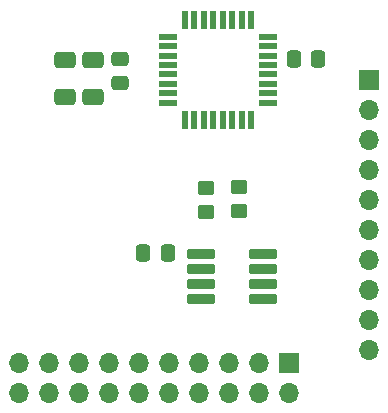
<source format=gbr>
%TF.GenerationSoftware,KiCad,Pcbnew,7.0.6*%
%TF.CreationDate,2023-09-14T12:48:26+02:00*%
%TF.ProjectId,pqunit,7071756e-6974-42e6-9b69-6361645f7063,rev?*%
%TF.SameCoordinates,Original*%
%TF.FileFunction,Soldermask,Bot*%
%TF.FilePolarity,Negative*%
%FSLAX46Y46*%
G04 Gerber Fmt 4.6, Leading zero omitted, Abs format (unit mm)*
G04 Created by KiCad (PCBNEW 7.0.6) date 2023-09-14 12:48:26*
%MOMM*%
%LPD*%
G01*
G04 APERTURE LIST*
G04 Aperture macros list*
%AMRoundRect*
0 Rectangle with rounded corners*
0 $1 Rounding radius*
0 $2 $3 $4 $5 $6 $7 $8 $9 X,Y pos of 4 corners*
0 Add a 4 corners polygon primitive as box body*
4,1,4,$2,$3,$4,$5,$6,$7,$8,$9,$2,$3,0*
0 Add four circle primitives for the rounded corners*
1,1,$1+$1,$2,$3*
1,1,$1+$1,$4,$5*
1,1,$1+$1,$6,$7*
1,1,$1+$1,$8,$9*
0 Add four rect primitives between the rounded corners*
20,1,$1+$1,$2,$3,$4,$5,0*
20,1,$1+$1,$4,$5,$6,$7,0*
20,1,$1+$1,$6,$7,$8,$9,0*
20,1,$1+$1,$8,$9,$2,$3,0*%
G04 Aperture macros list end*
%ADD10R,1.700000X1.700000*%
%ADD11O,1.700000X1.700000*%
%ADD12RoundRect,0.250000X-0.650000X0.412500X-0.650000X-0.412500X0.650000X-0.412500X0.650000X0.412500X0*%
%ADD13RoundRect,0.250000X-0.450000X0.350000X-0.450000X-0.350000X0.450000X-0.350000X0.450000X0.350000X0*%
%ADD14RoundRect,0.250000X-0.475000X0.337500X-0.475000X-0.337500X0.475000X-0.337500X0.475000X0.337500X0*%
%ADD15R,1.600000X0.550000*%
%ADD16R,0.550000X1.600000*%
%ADD17RoundRect,0.102000X-1.104900X0.304800X-1.104900X-0.304800X1.104900X-0.304800X1.104900X0.304800X0*%
%ADD18RoundRect,0.250000X-0.337500X-0.475000X0.337500X-0.475000X0.337500X0.475000X-0.337500X0.475000X0*%
%ADD19RoundRect,0.250000X0.337500X0.475000X-0.337500X0.475000X-0.337500X-0.475000X0.337500X-0.475000X0*%
G04 APERTURE END LIST*
D10*
%TO.C,J1*%
X154350000Y-124390000D03*
D11*
X154350000Y-126930000D03*
X151810000Y-124390000D03*
X151810000Y-126930000D03*
X149270000Y-124390000D03*
X149270000Y-126930000D03*
X146730000Y-124390000D03*
X146730000Y-126930000D03*
X144190000Y-124390000D03*
X144190000Y-126930000D03*
X141650000Y-124390000D03*
X141650000Y-126930000D03*
X139110000Y-124390000D03*
X139110000Y-126930000D03*
X136570000Y-124390000D03*
X136570000Y-126930000D03*
X134030000Y-124390000D03*
X134030000Y-126930000D03*
X131490000Y-124390000D03*
X131490000Y-126930000D03*
%TD*%
D10*
%TO.C,J2*%
X161086800Y-100431600D03*
D11*
X161086800Y-102971600D03*
X161086800Y-105511600D03*
X161086800Y-108051600D03*
X161086800Y-110591600D03*
X161086800Y-113131600D03*
X161086800Y-115671600D03*
X161086800Y-118211600D03*
X161086800Y-120751600D03*
X161086800Y-123291600D03*
%TD*%
D12*
%TO.C,C1*%
X137769600Y-98716700D03*
X137769600Y-101841700D03*
%TD*%
%TO.C,C2*%
X135382000Y-98716700D03*
X135382000Y-101841700D03*
%TD*%
D13*
%TO.C,R4*%
X147290500Y-109557800D03*
X147290500Y-111557800D03*
%TD*%
D14*
%TO.C,C5*%
X140004800Y-98632100D03*
X140004800Y-100707100D03*
%TD*%
D15*
%TO.C,U1*%
X144068000Y-102350000D03*
X144068000Y-101550000D03*
X144068000Y-100750000D03*
X144068000Y-99950000D03*
X144068000Y-99150000D03*
X144068000Y-98350000D03*
X144068000Y-97550000D03*
X144068000Y-96750000D03*
D16*
X145518000Y-95300000D03*
X146318000Y-95300000D03*
X147118000Y-95300000D03*
X147918000Y-95300000D03*
X148718000Y-95300000D03*
X149518000Y-95300000D03*
X150318000Y-95300000D03*
X151118000Y-95300000D03*
D15*
X152568000Y-96750000D03*
X152568000Y-97550000D03*
X152568000Y-98350000D03*
X152568000Y-99150000D03*
X152568000Y-99950000D03*
X152568000Y-100750000D03*
X152568000Y-101550000D03*
X152568000Y-102350000D03*
D16*
X151118000Y-103800000D03*
X150318000Y-103800000D03*
X149518000Y-103800000D03*
X148718000Y-103800000D03*
X147918000Y-103800000D03*
X147118000Y-103800000D03*
X146318000Y-103800000D03*
X145518000Y-103800000D03*
%TD*%
D17*
%TO.C,U4*%
X152116500Y-115145800D03*
X152116500Y-116415800D03*
X152116500Y-117685800D03*
X152116500Y-118955800D03*
X146884100Y-118955800D03*
X146884100Y-117685800D03*
X146884100Y-116415800D03*
X146884100Y-115145800D03*
%TD*%
D18*
%TO.C,C4*%
X154707300Y-98653600D03*
X156782300Y-98653600D03*
%TD*%
D19*
%TO.C,C9*%
X144058200Y-115093900D03*
X141983200Y-115093900D03*
%TD*%
D13*
%TO.C,R3*%
X150063200Y-109490000D03*
X150063200Y-111490000D03*
%TD*%
M02*

</source>
